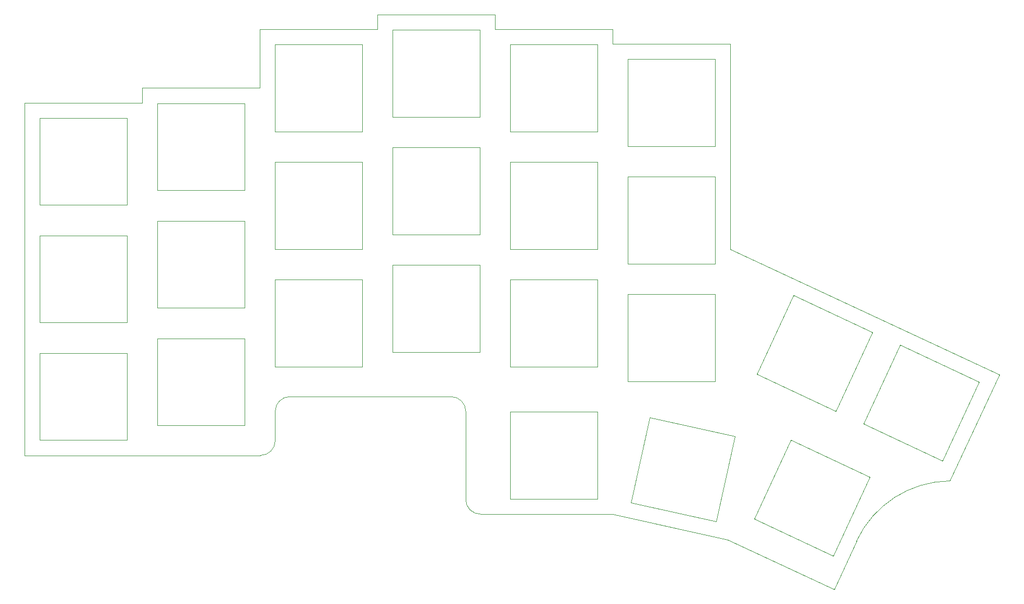
<source format=gbr>
%TF.GenerationSoftware,KiCad,Pcbnew,7.0.5*%
%TF.CreationDate,2024-03-19T14:27:57+08:00*%
%TF.ProjectId,J-50x,4a2d3530-782e-46b6-9963-61645f706362,rev?*%
%TF.SameCoordinates,Original*%
%TF.FileFunction,Profile,NP*%
%FSLAX46Y46*%
G04 Gerber Fmt 4.6, Leading zero omitted, Abs format (unit mm)*
G04 Created by KiCad (PCBNEW 7.0.5) date 2024-03-19 14:27:57*
%MOMM*%
%LPD*%
G01*
G04 APERTURE LIST*
%TA.AperFunction,Profile*%
%ADD10C,0.100000*%
%TD*%
G04 APERTURE END LIST*
D10*
X129770000Y-69845000D02*
X129770000Y-67464000D01*
X91670000Y-65082000D02*
X91670000Y-67464000D01*
X34520000Y-136520000D02*
X72714000Y-136520000D01*
X129770000Y-67464000D02*
X110720000Y-67464000D01*
X72714000Y-136520000D02*
G75*
G03*
X75095000Y-134139000I0J2381000D01*
G01*
X77476000Y-126995700D02*
G75*
G03*
X75095000Y-129376663I0J-2381000D01*
G01*
X192381328Y-123397457D02*
X184330384Y-140657075D01*
X192381328Y-123397457D02*
X148820000Y-103080000D01*
X53570000Y-76989000D02*
X53570000Y-79370000D01*
X110720000Y-65082000D02*
X91670000Y-65082000D01*
X34520000Y-79370000D02*
X34520000Y-136520000D01*
X105957000Y-143664000D02*
G75*
G03*
X108338000Y-146045000I2381000J0D01*
G01*
X148370036Y-150166521D02*
X165634183Y-158218473D01*
X148820000Y-69845000D02*
X129770000Y-69845000D01*
X110720000Y-67464000D02*
X110720000Y-65082000D01*
X148370036Y-150166521D02*
X129770802Y-146044608D01*
X72620000Y-67464000D02*
X72620000Y-76989000D01*
X184330385Y-140657118D02*
G75*
G03*
X169260001Y-150390000I200115J-16843782D01*
G01*
X148820000Y-69845000D02*
X148820000Y-103080000D01*
X75095000Y-129376663D02*
X75095000Y-134139000D01*
X105956906Y-129376663D02*
X105957000Y-143664000D01*
X53570000Y-79370000D02*
X34520000Y-79370000D01*
X105956937Y-129376663D02*
G75*
G03*
X103575906Y-126995663I-2381037J-37D01*
G01*
X129770000Y-146045000D02*
X108338000Y-146045000D01*
X91670000Y-67464000D02*
X72620000Y-67464000D01*
X103575906Y-126995663D02*
X77476000Y-126995663D01*
X165634183Y-158218473D02*
X169260000Y-150390000D01*
X72620000Y-76989000D02*
X53570000Y-76989000D01*
%TO.C,K25*%
X183133318Y-137373529D02*
X170354378Y-131414611D01*
X170354378Y-131414611D02*
X176313296Y-118635671D01*
X176313296Y-118635671D02*
X189092236Y-124594589D01*
X189092236Y-124594589D02*
X183133318Y-137373529D01*
%TO.C,K4*%
X70145000Y-93564000D02*
X56045000Y-93564000D01*
X56045000Y-93564000D02*
X56045000Y-79464000D01*
X56045000Y-79464000D02*
X70145000Y-79464000D01*
X70145000Y-79464000D02*
X70145000Y-93564000D01*
%TO.C,K20*%
X146345000Y-105470000D02*
X132245000Y-105470000D01*
X132245000Y-105470000D02*
X132245000Y-91370000D01*
X132245000Y-91370000D02*
X146345000Y-91370000D01*
X146345000Y-91370000D02*
X146345000Y-105470000D01*
%TO.C,K3*%
X51095000Y-134045000D02*
X36995000Y-134045000D01*
X36995000Y-134045000D02*
X36995000Y-119945000D01*
X36995000Y-119945000D02*
X51095000Y-119945000D01*
X51095000Y-119945000D02*
X51095000Y-134045000D01*
%TO.C,K10*%
X89195000Y-122139000D02*
X75095000Y-122139000D01*
X75095000Y-122139000D02*
X75095000Y-108039000D01*
X75095000Y-108039000D02*
X89195000Y-108039000D01*
X89195000Y-108039000D02*
X89195000Y-122139000D01*
%TO.C,K24*%
X165868318Y-129322529D02*
X153089378Y-123363611D01*
X153089378Y-123363611D02*
X159048296Y-110584671D01*
X159048296Y-110584671D02*
X171827236Y-116543589D01*
X171827236Y-116543589D02*
X165868318Y-129322529D01*
%TO.C,K22*%
X171402329Y-139992296D02*
X165443411Y-152771236D01*
X165443411Y-152771236D02*
X152664471Y-146812318D01*
X152664471Y-146812318D02*
X158623389Y-134033378D01*
X158623389Y-134033378D02*
X171402329Y-139992296D01*
%TO.C,K18*%
X146488132Y-147216060D02*
X132722358Y-144164262D01*
X132722358Y-144164262D02*
X135774156Y-130398488D01*
X135774156Y-130398488D02*
X149539930Y-133450286D01*
X149539930Y-133450286D02*
X146488132Y-147216060D01*
%TO.C,K12*%
X108245000Y-81657000D02*
X94145000Y-81657000D01*
X94145000Y-81657000D02*
X94145000Y-67557000D01*
X94145000Y-67557000D02*
X108245000Y-67557000D01*
X108245000Y-67557000D02*
X108245000Y-81657000D01*
%TO.C,K15*%
X127295000Y-84039000D02*
X113195000Y-84039000D01*
X113195000Y-84039000D02*
X113195000Y-69939000D01*
X113195000Y-69939000D02*
X127295000Y-69939000D01*
X127295000Y-69939000D02*
X127295000Y-84039000D01*
%TO.C,K9*%
X89195000Y-103089000D02*
X75095000Y-103089000D01*
X75095000Y-103089000D02*
X75095000Y-88989000D01*
X75095000Y-88989000D02*
X89195000Y-88989000D01*
X89195000Y-88989000D02*
X89195000Y-103089000D01*
%TO.C,K6*%
X70145000Y-131664000D02*
X56045000Y-131664000D01*
X56045000Y-131664000D02*
X56045000Y-117564000D01*
X56045000Y-117564000D02*
X70145000Y-117564000D01*
X70145000Y-117564000D02*
X70145000Y-131664000D01*
%TO.C,K17*%
X127295000Y-122139000D02*
X113195000Y-122139000D01*
X113195000Y-122139000D02*
X113195000Y-108039000D01*
X113195000Y-108039000D02*
X127295000Y-108039000D01*
X127295000Y-108039000D02*
X127295000Y-122139000D01*
%TO.C,K21*%
X146345000Y-124520000D02*
X132245000Y-124520000D01*
X132245000Y-124520000D02*
X132245000Y-110420000D01*
X132245000Y-110420000D02*
X146345000Y-110420000D01*
X146345000Y-110420000D02*
X146345000Y-124520000D01*
%TO.C,K1*%
X51095000Y-95945000D02*
X36995000Y-95945000D01*
X36995000Y-95945000D02*
X36995000Y-81845000D01*
X36995000Y-81845000D02*
X51095000Y-81845000D01*
X51095000Y-81845000D02*
X51095000Y-95945000D01*
%TO.C,K19*%
X146345000Y-86420000D02*
X132245000Y-86420000D01*
X132245000Y-86420000D02*
X132245000Y-72320000D01*
X132245000Y-72320000D02*
X146345000Y-72320000D01*
X146345000Y-72320000D02*
X146345000Y-86420000D01*
%TO.C,K16*%
X127295000Y-103089000D02*
X113195000Y-103089000D01*
X113195000Y-103089000D02*
X113195000Y-88989000D01*
X113195000Y-88989000D02*
X127295000Y-88989000D01*
X127295000Y-88989000D02*
X127295000Y-103089000D01*
%TO.C,K2*%
X51095000Y-114995000D02*
X36995000Y-114995000D01*
X36995000Y-114995000D02*
X36995000Y-100895000D01*
X36995000Y-100895000D02*
X51095000Y-100895000D01*
X51095000Y-100895000D02*
X51095000Y-114995000D01*
%TO.C,K5*%
X70145000Y-112614000D02*
X56045000Y-112614000D01*
X56045000Y-112614000D02*
X56045000Y-98514000D01*
X56045000Y-98514000D02*
X70145000Y-98514000D01*
X70145000Y-98514000D02*
X70145000Y-112614000D01*
%TO.C,K13*%
X108245000Y-100707000D02*
X94145000Y-100707000D01*
X94145000Y-100707000D02*
X94145000Y-86607000D01*
X94145000Y-86607000D02*
X108245000Y-86607000D01*
X108245000Y-86607000D02*
X108245000Y-100707000D01*
%TO.C,K8*%
X89195000Y-84039000D02*
X75095000Y-84039000D01*
X75095000Y-84039000D02*
X75095000Y-69939000D01*
X75095000Y-69939000D02*
X89195000Y-69939000D01*
X89195000Y-69939000D02*
X89195000Y-84039000D01*
%TO.C,K11*%
X127295000Y-143570000D02*
X113195000Y-143570000D01*
X113195000Y-143570000D02*
X113195000Y-129470000D01*
X113195000Y-129470000D02*
X127295000Y-129470000D01*
X127295000Y-129470000D02*
X127295000Y-143570000D01*
%TO.C,K14*%
X108245000Y-119757000D02*
X94145000Y-119757000D01*
X94145000Y-119757000D02*
X94145000Y-105657000D01*
X94145000Y-105657000D02*
X108245000Y-105657000D01*
X108245000Y-105657000D02*
X108245000Y-119757000D01*
%TD*%
M02*

</source>
